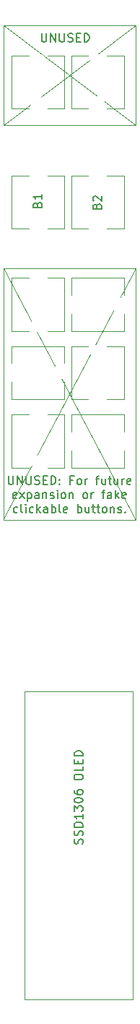
<source format=gto>
%TF.GenerationSoftware,KiCad,Pcbnew,5.99.0+really5.1.10+dfsg1-1*%
%TF.CreationDate,2021-08-22T14:43:38+10:00*%
%TF.ProjectId,minisynth32,6d696e69-7379-46e7-9468-33322e6b6963,1.1-2.0*%
%TF.SameCoordinates,Original*%
%TF.FileFunction,Legend,Top*%
%TF.FilePolarity,Positive*%
%FSLAX46Y46*%
G04 Gerber Fmt 4.6, Leading zero omitted, Abs format (unit mm)*
G04 Created by KiCad (PCBNEW 5.99.0+really5.1.10+dfsg1-1) date 2021-08-22 14:43:38*
%MOMM*%
%LPD*%
G01*
G04 APERTURE LIST*
%ADD10C,0.150000*%
%ADD11C,0.120000*%
%ADD12O,1.700000X1.700000*%
%ADD13R,1.700000X1.700000*%
%ADD14C,1.700000*%
%ADD15C,3.200000*%
G04 APERTURE END LIST*
D10*
X115438095Y-48052380D02*
X115438095Y-48861904D01*
X115485714Y-48957142D01*
X115533333Y-49004761D01*
X115628571Y-49052380D01*
X115819047Y-49052380D01*
X115914285Y-49004761D01*
X115961904Y-48957142D01*
X116009523Y-48861904D01*
X116009523Y-48052380D01*
X116485714Y-49052380D02*
X116485714Y-48052380D01*
X117057142Y-49052380D01*
X117057142Y-48052380D01*
X117533333Y-48052380D02*
X117533333Y-48861904D01*
X117580952Y-48957142D01*
X117628571Y-49004761D01*
X117723809Y-49052380D01*
X117914285Y-49052380D01*
X118009523Y-49004761D01*
X118057142Y-48957142D01*
X118104761Y-48861904D01*
X118104761Y-48052380D01*
X118533333Y-49004761D02*
X118676190Y-49052380D01*
X118914285Y-49052380D01*
X119009523Y-49004761D01*
X119057142Y-48957142D01*
X119104761Y-48861904D01*
X119104761Y-48766666D01*
X119057142Y-48671428D01*
X119009523Y-48623809D01*
X118914285Y-48576190D01*
X118723809Y-48528571D01*
X118628571Y-48480952D01*
X118580952Y-48433333D01*
X118533333Y-48338095D01*
X118533333Y-48242857D01*
X118580952Y-48147619D01*
X118628571Y-48100000D01*
X118723809Y-48052380D01*
X118961904Y-48052380D01*
X119104761Y-48100000D01*
X119533333Y-48528571D02*
X119866666Y-48528571D01*
X120009523Y-49052380D02*
X119533333Y-49052380D01*
X119533333Y-48052380D01*
X120009523Y-48052380D01*
X120438095Y-49052380D02*
X120438095Y-48052380D01*
X120676190Y-48052380D01*
X120819047Y-48100000D01*
X120914285Y-48195238D01*
X120961904Y-48290476D01*
X121009523Y-48480952D01*
X121009523Y-48623809D01*
X120961904Y-48814285D01*
X120914285Y-48909523D01*
X120819047Y-49004761D01*
X120676190Y-49052380D01*
X120438095Y-49052380D01*
D11*
X126500000Y-58800000D02*
X111000000Y-47100000D01*
X111000000Y-58800000D02*
X126500000Y-47100000D01*
X126500000Y-58800000D02*
X111000000Y-58800000D01*
X126500000Y-47100000D02*
X126500000Y-58800000D01*
X111000000Y-47100000D02*
X126500000Y-47100000D01*
X111000000Y-58800000D02*
X111000000Y-47100000D01*
D10*
X111533333Y-99877380D02*
X111533333Y-100686904D01*
X111580952Y-100782142D01*
X111628571Y-100829761D01*
X111723809Y-100877380D01*
X111914285Y-100877380D01*
X112009523Y-100829761D01*
X112057142Y-100782142D01*
X112104761Y-100686904D01*
X112104761Y-99877380D01*
X112580952Y-100877380D02*
X112580952Y-99877380D01*
X113152380Y-100877380D01*
X113152380Y-99877380D01*
X113628571Y-99877380D02*
X113628571Y-100686904D01*
X113676190Y-100782142D01*
X113723809Y-100829761D01*
X113819047Y-100877380D01*
X114009523Y-100877380D01*
X114104761Y-100829761D01*
X114152380Y-100782142D01*
X114200000Y-100686904D01*
X114200000Y-99877380D01*
X114628571Y-100829761D02*
X114771428Y-100877380D01*
X115009523Y-100877380D01*
X115104761Y-100829761D01*
X115152380Y-100782142D01*
X115200000Y-100686904D01*
X115200000Y-100591666D01*
X115152380Y-100496428D01*
X115104761Y-100448809D01*
X115009523Y-100401190D01*
X114819047Y-100353571D01*
X114723809Y-100305952D01*
X114676190Y-100258333D01*
X114628571Y-100163095D01*
X114628571Y-100067857D01*
X114676190Y-99972619D01*
X114723809Y-99925000D01*
X114819047Y-99877380D01*
X115057142Y-99877380D01*
X115200000Y-99925000D01*
X115628571Y-100353571D02*
X115961904Y-100353571D01*
X116104761Y-100877380D02*
X115628571Y-100877380D01*
X115628571Y-99877380D01*
X116104761Y-99877380D01*
X116533333Y-100877380D02*
X116533333Y-99877380D01*
X116771428Y-99877380D01*
X116914285Y-99925000D01*
X117009523Y-100020238D01*
X117057142Y-100115476D01*
X117104761Y-100305952D01*
X117104761Y-100448809D01*
X117057142Y-100639285D01*
X117009523Y-100734523D01*
X116914285Y-100829761D01*
X116771428Y-100877380D01*
X116533333Y-100877380D01*
X117533333Y-100782142D02*
X117580952Y-100829761D01*
X117533333Y-100877380D01*
X117485714Y-100829761D01*
X117533333Y-100782142D01*
X117533333Y-100877380D01*
X117533333Y-100258333D02*
X117580952Y-100305952D01*
X117533333Y-100353571D01*
X117485714Y-100305952D01*
X117533333Y-100258333D01*
X117533333Y-100353571D01*
X119104761Y-100353571D02*
X118771428Y-100353571D01*
X118771428Y-100877380D02*
X118771428Y-99877380D01*
X119247619Y-99877380D01*
X119771428Y-100877380D02*
X119676190Y-100829761D01*
X119628571Y-100782142D01*
X119580952Y-100686904D01*
X119580952Y-100401190D01*
X119628571Y-100305952D01*
X119676190Y-100258333D01*
X119771428Y-100210714D01*
X119914285Y-100210714D01*
X120009523Y-100258333D01*
X120057142Y-100305952D01*
X120104761Y-100401190D01*
X120104761Y-100686904D01*
X120057142Y-100782142D01*
X120009523Y-100829761D01*
X119914285Y-100877380D01*
X119771428Y-100877380D01*
X120533333Y-100877380D02*
X120533333Y-100210714D01*
X120533333Y-100401190D02*
X120580952Y-100305952D01*
X120628571Y-100258333D01*
X120723809Y-100210714D01*
X120819047Y-100210714D01*
X121771428Y-100210714D02*
X122152380Y-100210714D01*
X121914285Y-100877380D02*
X121914285Y-100020238D01*
X121961904Y-99925000D01*
X122057142Y-99877380D01*
X122152380Y-99877380D01*
X122914285Y-100210714D02*
X122914285Y-100877380D01*
X122485714Y-100210714D02*
X122485714Y-100734523D01*
X122533333Y-100829761D01*
X122628571Y-100877380D01*
X122771428Y-100877380D01*
X122866666Y-100829761D01*
X122914285Y-100782142D01*
X123247619Y-100210714D02*
X123628571Y-100210714D01*
X123390476Y-99877380D02*
X123390476Y-100734523D01*
X123438095Y-100829761D01*
X123533333Y-100877380D01*
X123628571Y-100877380D01*
X124390476Y-100210714D02*
X124390476Y-100877380D01*
X123961904Y-100210714D02*
X123961904Y-100734523D01*
X124009523Y-100829761D01*
X124104761Y-100877380D01*
X124247619Y-100877380D01*
X124342857Y-100829761D01*
X124390476Y-100782142D01*
X124866666Y-100877380D02*
X124866666Y-100210714D01*
X124866666Y-100401190D02*
X124914285Y-100305952D01*
X124961904Y-100258333D01*
X125057142Y-100210714D01*
X125152380Y-100210714D01*
X125866666Y-100829761D02*
X125771428Y-100877380D01*
X125580952Y-100877380D01*
X125485714Y-100829761D01*
X125438095Y-100734523D01*
X125438095Y-100353571D01*
X125485714Y-100258333D01*
X125580952Y-100210714D01*
X125771428Y-100210714D01*
X125866666Y-100258333D01*
X125914285Y-100353571D01*
X125914285Y-100448809D01*
X125438095Y-100544047D01*
X112485714Y-102479761D02*
X112390476Y-102527380D01*
X112200000Y-102527380D01*
X112104761Y-102479761D01*
X112057142Y-102384523D01*
X112057142Y-102003571D01*
X112104761Y-101908333D01*
X112200000Y-101860714D01*
X112390476Y-101860714D01*
X112485714Y-101908333D01*
X112533333Y-102003571D01*
X112533333Y-102098809D01*
X112057142Y-102194047D01*
X112866666Y-102527380D02*
X113390476Y-101860714D01*
X112866666Y-101860714D02*
X113390476Y-102527380D01*
X113771428Y-101860714D02*
X113771428Y-102860714D01*
X113771428Y-101908333D02*
X113866666Y-101860714D01*
X114057142Y-101860714D01*
X114152380Y-101908333D01*
X114200000Y-101955952D01*
X114247619Y-102051190D01*
X114247619Y-102336904D01*
X114200000Y-102432142D01*
X114152380Y-102479761D01*
X114057142Y-102527380D01*
X113866666Y-102527380D01*
X113771428Y-102479761D01*
X115104761Y-102527380D02*
X115104761Y-102003571D01*
X115057142Y-101908333D01*
X114961904Y-101860714D01*
X114771428Y-101860714D01*
X114676190Y-101908333D01*
X115104761Y-102479761D02*
X115009523Y-102527380D01*
X114771428Y-102527380D01*
X114676190Y-102479761D01*
X114628571Y-102384523D01*
X114628571Y-102289285D01*
X114676190Y-102194047D01*
X114771428Y-102146428D01*
X115009523Y-102146428D01*
X115104761Y-102098809D01*
X115580952Y-101860714D02*
X115580952Y-102527380D01*
X115580952Y-101955952D02*
X115628571Y-101908333D01*
X115723809Y-101860714D01*
X115866666Y-101860714D01*
X115961904Y-101908333D01*
X116009523Y-102003571D01*
X116009523Y-102527380D01*
X116438095Y-102479761D02*
X116533333Y-102527380D01*
X116723809Y-102527380D01*
X116819047Y-102479761D01*
X116866666Y-102384523D01*
X116866666Y-102336904D01*
X116819047Y-102241666D01*
X116723809Y-102194047D01*
X116580952Y-102194047D01*
X116485714Y-102146428D01*
X116438095Y-102051190D01*
X116438095Y-102003571D01*
X116485714Y-101908333D01*
X116580952Y-101860714D01*
X116723809Y-101860714D01*
X116819047Y-101908333D01*
X117295238Y-102527380D02*
X117295238Y-101860714D01*
X117295238Y-101527380D02*
X117247619Y-101575000D01*
X117295238Y-101622619D01*
X117342857Y-101575000D01*
X117295238Y-101527380D01*
X117295238Y-101622619D01*
X117914285Y-102527380D02*
X117819047Y-102479761D01*
X117771428Y-102432142D01*
X117723809Y-102336904D01*
X117723809Y-102051190D01*
X117771428Y-101955952D01*
X117819047Y-101908333D01*
X117914285Y-101860714D01*
X118057142Y-101860714D01*
X118152380Y-101908333D01*
X118200000Y-101955952D01*
X118247619Y-102051190D01*
X118247619Y-102336904D01*
X118200000Y-102432142D01*
X118152380Y-102479761D01*
X118057142Y-102527380D01*
X117914285Y-102527380D01*
X118676190Y-101860714D02*
X118676190Y-102527380D01*
X118676190Y-101955952D02*
X118723809Y-101908333D01*
X118819047Y-101860714D01*
X118961904Y-101860714D01*
X119057142Y-101908333D01*
X119104761Y-102003571D01*
X119104761Y-102527380D01*
X120485714Y-102527380D02*
X120390476Y-102479761D01*
X120342857Y-102432142D01*
X120295238Y-102336904D01*
X120295238Y-102051190D01*
X120342857Y-101955952D01*
X120390476Y-101908333D01*
X120485714Y-101860714D01*
X120628571Y-101860714D01*
X120723809Y-101908333D01*
X120771428Y-101955952D01*
X120819047Y-102051190D01*
X120819047Y-102336904D01*
X120771428Y-102432142D01*
X120723809Y-102479761D01*
X120628571Y-102527380D01*
X120485714Y-102527380D01*
X121247619Y-102527380D02*
X121247619Y-101860714D01*
X121247619Y-102051190D02*
X121295238Y-101955952D01*
X121342857Y-101908333D01*
X121438095Y-101860714D01*
X121533333Y-101860714D01*
X122485714Y-101860714D02*
X122866666Y-101860714D01*
X122628571Y-102527380D02*
X122628571Y-101670238D01*
X122676190Y-101575000D01*
X122771428Y-101527380D01*
X122866666Y-101527380D01*
X123628571Y-102527380D02*
X123628571Y-102003571D01*
X123580952Y-101908333D01*
X123485714Y-101860714D01*
X123295238Y-101860714D01*
X123200000Y-101908333D01*
X123628571Y-102479761D02*
X123533333Y-102527380D01*
X123295238Y-102527380D01*
X123200000Y-102479761D01*
X123152380Y-102384523D01*
X123152380Y-102289285D01*
X123200000Y-102194047D01*
X123295238Y-102146428D01*
X123533333Y-102146428D01*
X123628571Y-102098809D01*
X124104761Y-102527380D02*
X124104761Y-101527380D01*
X124200000Y-102146428D02*
X124485714Y-102527380D01*
X124485714Y-101860714D02*
X124104761Y-102241666D01*
X125295238Y-102479761D02*
X125200000Y-102527380D01*
X125009523Y-102527380D01*
X124914285Y-102479761D01*
X124866666Y-102384523D01*
X124866666Y-102003571D01*
X124914285Y-101908333D01*
X125009523Y-101860714D01*
X125200000Y-101860714D01*
X125295238Y-101908333D01*
X125342857Y-102003571D01*
X125342857Y-102098809D01*
X124866666Y-102194047D01*
X112604761Y-104129761D02*
X112509523Y-104177380D01*
X112319047Y-104177380D01*
X112223809Y-104129761D01*
X112176190Y-104082142D01*
X112128571Y-103986904D01*
X112128571Y-103701190D01*
X112176190Y-103605952D01*
X112223809Y-103558333D01*
X112319047Y-103510714D01*
X112509523Y-103510714D01*
X112604761Y-103558333D01*
X113176190Y-104177380D02*
X113080952Y-104129761D01*
X113033333Y-104034523D01*
X113033333Y-103177380D01*
X113557142Y-104177380D02*
X113557142Y-103510714D01*
X113557142Y-103177380D02*
X113509523Y-103225000D01*
X113557142Y-103272619D01*
X113604761Y-103225000D01*
X113557142Y-103177380D01*
X113557142Y-103272619D01*
X114461904Y-104129761D02*
X114366666Y-104177380D01*
X114176190Y-104177380D01*
X114080952Y-104129761D01*
X114033333Y-104082142D01*
X113985714Y-103986904D01*
X113985714Y-103701190D01*
X114033333Y-103605952D01*
X114080952Y-103558333D01*
X114176190Y-103510714D01*
X114366666Y-103510714D01*
X114461904Y-103558333D01*
X114890476Y-104177380D02*
X114890476Y-103177380D01*
X114985714Y-103796428D02*
X115271428Y-104177380D01*
X115271428Y-103510714D02*
X114890476Y-103891666D01*
X116128571Y-104177380D02*
X116128571Y-103653571D01*
X116080952Y-103558333D01*
X115985714Y-103510714D01*
X115795238Y-103510714D01*
X115700000Y-103558333D01*
X116128571Y-104129761D02*
X116033333Y-104177380D01*
X115795238Y-104177380D01*
X115700000Y-104129761D01*
X115652380Y-104034523D01*
X115652380Y-103939285D01*
X115700000Y-103844047D01*
X115795238Y-103796428D01*
X116033333Y-103796428D01*
X116128571Y-103748809D01*
X116604761Y-104177380D02*
X116604761Y-103177380D01*
X116604761Y-103558333D02*
X116700000Y-103510714D01*
X116890476Y-103510714D01*
X116985714Y-103558333D01*
X117033333Y-103605952D01*
X117080952Y-103701190D01*
X117080952Y-103986904D01*
X117033333Y-104082142D01*
X116985714Y-104129761D01*
X116890476Y-104177380D01*
X116700000Y-104177380D01*
X116604761Y-104129761D01*
X117652380Y-104177380D02*
X117557142Y-104129761D01*
X117509523Y-104034523D01*
X117509523Y-103177380D01*
X118414285Y-104129761D02*
X118319047Y-104177380D01*
X118128571Y-104177380D01*
X118033333Y-104129761D01*
X117985714Y-104034523D01*
X117985714Y-103653571D01*
X118033333Y-103558333D01*
X118128571Y-103510714D01*
X118319047Y-103510714D01*
X118414285Y-103558333D01*
X118461904Y-103653571D01*
X118461904Y-103748809D01*
X117985714Y-103844047D01*
X119652380Y-104177380D02*
X119652380Y-103177380D01*
X119652380Y-103558333D02*
X119747619Y-103510714D01*
X119938095Y-103510714D01*
X120033333Y-103558333D01*
X120080952Y-103605952D01*
X120128571Y-103701190D01*
X120128571Y-103986904D01*
X120080952Y-104082142D01*
X120033333Y-104129761D01*
X119938095Y-104177380D01*
X119747619Y-104177380D01*
X119652380Y-104129761D01*
X120985714Y-103510714D02*
X120985714Y-104177380D01*
X120557142Y-103510714D02*
X120557142Y-104034523D01*
X120604761Y-104129761D01*
X120700000Y-104177380D01*
X120842857Y-104177380D01*
X120938095Y-104129761D01*
X120985714Y-104082142D01*
X121319047Y-103510714D02*
X121700000Y-103510714D01*
X121461904Y-103177380D02*
X121461904Y-104034523D01*
X121509523Y-104129761D01*
X121604761Y-104177380D01*
X121700000Y-104177380D01*
X121890476Y-103510714D02*
X122271428Y-103510714D01*
X122033333Y-103177380D02*
X122033333Y-104034523D01*
X122080952Y-104129761D01*
X122176190Y-104177380D01*
X122271428Y-104177380D01*
X122747619Y-104177380D02*
X122652380Y-104129761D01*
X122604761Y-104082142D01*
X122557142Y-103986904D01*
X122557142Y-103701190D01*
X122604761Y-103605952D01*
X122652380Y-103558333D01*
X122747619Y-103510714D01*
X122890476Y-103510714D01*
X122985714Y-103558333D01*
X123033333Y-103605952D01*
X123080952Y-103701190D01*
X123080952Y-103986904D01*
X123033333Y-104082142D01*
X122985714Y-104129761D01*
X122890476Y-104177380D01*
X122747619Y-104177380D01*
X123509523Y-103510714D02*
X123509523Y-104177380D01*
X123509523Y-103605952D02*
X123557142Y-103558333D01*
X123652380Y-103510714D01*
X123795238Y-103510714D01*
X123890476Y-103558333D01*
X123938095Y-103653571D01*
X123938095Y-104177380D01*
X124366666Y-104129761D02*
X124461904Y-104177380D01*
X124652380Y-104177380D01*
X124747619Y-104129761D01*
X124795238Y-104034523D01*
X124795238Y-103986904D01*
X124747619Y-103891666D01*
X124652380Y-103844047D01*
X124509523Y-103844047D01*
X124414285Y-103796428D01*
X124366666Y-103701190D01*
X124366666Y-103653571D01*
X124414285Y-103558333D01*
X124509523Y-103510714D01*
X124652380Y-103510714D01*
X124747619Y-103558333D01*
X125223809Y-104082142D02*
X125271428Y-104129761D01*
X125223809Y-104177380D01*
X125176190Y-104129761D01*
X125223809Y-104082142D01*
X125223809Y-104177380D01*
D11*
X111000000Y-104900000D02*
X126500000Y-75600000D01*
X111000000Y-75600000D02*
X126500000Y-105000000D01*
X111000000Y-105000000D02*
X111000000Y-75600000D01*
X126500000Y-105000000D02*
X111000000Y-105000000D01*
X126500000Y-75600000D02*
X126500000Y-105000000D01*
X111000000Y-75600000D02*
X126500000Y-75600000D01*
%TO.C,SW10*%
X125100000Y-82900000D02*
X125100000Y-80900000D01*
X125100000Y-78700000D02*
X125100000Y-76700000D01*
X118900000Y-78700000D02*
X118900000Y-76690000D01*
X125100000Y-82900000D02*
X118900000Y-82900000D01*
X118900000Y-76700000D02*
X125100000Y-76700000D01*
X118900000Y-82900000D02*
X118900000Y-80900000D01*
%TO.C,SW9*%
X118900000Y-90900000D02*
X120900000Y-90900000D01*
X123100000Y-90900000D02*
X125100000Y-90900000D01*
X123100000Y-84700000D02*
X125110000Y-84700000D01*
X118900000Y-90900000D02*
X118900000Y-84700000D01*
X125100000Y-84700000D02*
X125100000Y-90900000D01*
X118900000Y-84700000D02*
X120900000Y-84700000D01*
%TO.C,SW8*%
X125100000Y-98900000D02*
X125100000Y-96900000D01*
X125100000Y-94700000D02*
X125100000Y-92700000D01*
X118900000Y-94700000D02*
X118900000Y-92690000D01*
X125100000Y-98900000D02*
X118900000Y-98900000D01*
X118900000Y-92700000D02*
X125100000Y-92700000D01*
X118900000Y-98900000D02*
X118900000Y-96900000D01*
%TO.C,SW7*%
X111900000Y-82900000D02*
X113900000Y-82900000D01*
X116100000Y-82900000D02*
X118100000Y-82900000D01*
X116100000Y-76700000D02*
X118110000Y-76700000D01*
X111900000Y-82900000D02*
X111900000Y-76700000D01*
X118100000Y-76700000D02*
X118100000Y-82900000D01*
X111900000Y-76700000D02*
X113900000Y-76700000D01*
%TO.C,SW6*%
X111900000Y-84700000D02*
X111900000Y-86700000D01*
X111900000Y-88900000D02*
X111900000Y-90900000D01*
X118100000Y-88900000D02*
X118100000Y-90910000D01*
X111900000Y-84700000D02*
X118100000Y-84700000D01*
X118100000Y-90900000D02*
X111900000Y-90900000D01*
X118100000Y-84700000D02*
X118100000Y-86700000D01*
%TO.C,SW5*%
X111900000Y-98900000D02*
X113900000Y-98900000D01*
X116100000Y-98900000D02*
X118100000Y-98900000D01*
X116100000Y-92700000D02*
X118110000Y-92700000D01*
X111900000Y-98900000D02*
X111900000Y-92700000D01*
X118100000Y-92700000D02*
X118100000Y-98900000D01*
X111900000Y-92700000D02*
X113900000Y-92700000D01*
%TO.C,SW4*%
X118900000Y-56900000D02*
X120900000Y-56900000D01*
X123100000Y-56900000D02*
X125100000Y-56900000D01*
X123100000Y-50700000D02*
X125110000Y-50700000D01*
X118900000Y-56900000D02*
X118900000Y-50700000D01*
X125100000Y-50700000D02*
X125100000Y-56900000D01*
X118900000Y-50700000D02*
X120900000Y-50700000D01*
%TO.C,SW3*%
X111900000Y-56900000D02*
X113900000Y-56900000D01*
X116100000Y-56900000D02*
X118100000Y-56900000D01*
X116100000Y-50700000D02*
X118110000Y-50700000D01*
X111900000Y-56900000D02*
X111900000Y-50700000D01*
X118100000Y-50700000D02*
X118100000Y-56900000D01*
X111900000Y-50700000D02*
X113900000Y-50700000D01*
%TO.C,SW2*%
X118900000Y-70900000D02*
X120900000Y-70900000D01*
X123100000Y-70900000D02*
X125100000Y-70900000D01*
X123100000Y-64700000D02*
X125110000Y-64700000D01*
X118900000Y-70900000D02*
X118900000Y-64700000D01*
X125100000Y-64700000D02*
X125100000Y-70900000D01*
X118900000Y-64700000D02*
X120900000Y-64700000D01*
%TO.C,SW1*%
X111900000Y-70900000D02*
X113900000Y-70900000D01*
X116100000Y-70900000D02*
X118100000Y-70900000D01*
X116100000Y-64700000D02*
X118110000Y-64700000D01*
X111900000Y-70900000D02*
X111900000Y-64700000D01*
X118100000Y-64700000D02*
X118100000Y-70900000D01*
X111900000Y-64700000D02*
X113900000Y-64700000D01*
%TO.C,J7*%
X113450000Y-161134000D02*
X126150000Y-161134000D01*
X113450000Y-161134000D02*
X113450000Y-125066000D01*
X113450000Y-125066000D02*
X126150000Y-125066000D01*
X126150000Y-125066000D02*
X126150000Y-161134000D01*
%TO.C,SW2*%
D10*
X121928571Y-68304761D02*
X121976190Y-68161904D01*
X122023809Y-68114285D01*
X122119047Y-68066666D01*
X122261904Y-68066666D01*
X122357142Y-68114285D01*
X122404761Y-68161904D01*
X122452380Y-68257142D01*
X122452380Y-68638095D01*
X121452380Y-68638095D01*
X121452380Y-68304761D01*
X121500000Y-68209523D01*
X121547619Y-68161904D01*
X121642857Y-68114285D01*
X121738095Y-68114285D01*
X121833333Y-68161904D01*
X121880952Y-68209523D01*
X121928571Y-68304761D01*
X121928571Y-68638095D01*
X121547619Y-67685714D02*
X121500000Y-67638095D01*
X121452380Y-67542857D01*
X121452380Y-67304761D01*
X121500000Y-67209523D01*
X121547619Y-67161904D01*
X121642857Y-67114285D01*
X121738095Y-67114285D01*
X121880952Y-67161904D01*
X122452380Y-67733333D01*
X122452380Y-67114285D01*
%TO.C,SW1*%
X114928571Y-68104761D02*
X114976190Y-67961904D01*
X115023809Y-67914285D01*
X115119047Y-67866666D01*
X115261904Y-67866666D01*
X115357142Y-67914285D01*
X115404761Y-67961904D01*
X115452380Y-68057142D01*
X115452380Y-68438095D01*
X114452380Y-68438095D01*
X114452380Y-68104761D01*
X114500000Y-68009523D01*
X114547619Y-67961904D01*
X114642857Y-67914285D01*
X114738095Y-67914285D01*
X114833333Y-67961904D01*
X114880952Y-68009523D01*
X114928571Y-68104761D01*
X114928571Y-68438095D01*
X115452380Y-66914285D02*
X115452380Y-67485714D01*
X115452380Y-67200000D02*
X114452380Y-67200000D01*
X114595238Y-67295238D01*
X114690476Y-67390476D01*
X114738095Y-67485714D01*
%TO.C,J7*%
X120204761Y-142940571D02*
X120252380Y-142797714D01*
X120252380Y-142559619D01*
X120204761Y-142464380D01*
X120157142Y-142416761D01*
X120061904Y-142369142D01*
X119966666Y-142369142D01*
X119871428Y-142416761D01*
X119823809Y-142464380D01*
X119776190Y-142559619D01*
X119728571Y-142750095D01*
X119680952Y-142845333D01*
X119633333Y-142892952D01*
X119538095Y-142940571D01*
X119442857Y-142940571D01*
X119347619Y-142892952D01*
X119300000Y-142845333D01*
X119252380Y-142750095D01*
X119252380Y-142512000D01*
X119300000Y-142369142D01*
X120204761Y-141988190D02*
X120252380Y-141845333D01*
X120252380Y-141607238D01*
X120204761Y-141512000D01*
X120157142Y-141464380D01*
X120061904Y-141416761D01*
X119966666Y-141416761D01*
X119871428Y-141464380D01*
X119823809Y-141512000D01*
X119776190Y-141607238D01*
X119728571Y-141797714D01*
X119680952Y-141892952D01*
X119633333Y-141940571D01*
X119538095Y-141988190D01*
X119442857Y-141988190D01*
X119347619Y-141940571D01*
X119300000Y-141892952D01*
X119252380Y-141797714D01*
X119252380Y-141559619D01*
X119300000Y-141416761D01*
X120252380Y-140988190D02*
X119252380Y-140988190D01*
X119252380Y-140750095D01*
X119300000Y-140607238D01*
X119395238Y-140512000D01*
X119490476Y-140464380D01*
X119680952Y-140416761D01*
X119823809Y-140416761D01*
X120014285Y-140464380D01*
X120109523Y-140512000D01*
X120204761Y-140607238D01*
X120252380Y-140750095D01*
X120252380Y-140988190D01*
X120252380Y-139464380D02*
X120252380Y-140035809D01*
X120252380Y-139750095D02*
X119252380Y-139750095D01*
X119395238Y-139845333D01*
X119490476Y-139940571D01*
X119538095Y-140035809D01*
X119252380Y-139131047D02*
X119252380Y-138512000D01*
X119633333Y-138845333D01*
X119633333Y-138702476D01*
X119680952Y-138607238D01*
X119728571Y-138559619D01*
X119823809Y-138512000D01*
X120061904Y-138512000D01*
X120157142Y-138559619D01*
X120204761Y-138607238D01*
X120252380Y-138702476D01*
X120252380Y-138988190D01*
X120204761Y-139083428D01*
X120157142Y-139131047D01*
X119252380Y-137892952D02*
X119252380Y-137797714D01*
X119300000Y-137702476D01*
X119347619Y-137654857D01*
X119442857Y-137607238D01*
X119633333Y-137559619D01*
X119871428Y-137559619D01*
X120061904Y-137607238D01*
X120157142Y-137654857D01*
X120204761Y-137702476D01*
X120252380Y-137797714D01*
X120252380Y-137892952D01*
X120204761Y-137988190D01*
X120157142Y-138035809D01*
X120061904Y-138083428D01*
X119871428Y-138131047D01*
X119633333Y-138131047D01*
X119442857Y-138083428D01*
X119347619Y-138035809D01*
X119300000Y-137988190D01*
X119252380Y-137892952D01*
X119252380Y-136702476D02*
X119252380Y-136892952D01*
X119300000Y-136988190D01*
X119347619Y-137035809D01*
X119490476Y-137131047D01*
X119680952Y-137178666D01*
X120061904Y-137178666D01*
X120157142Y-137131047D01*
X120204761Y-137083428D01*
X120252380Y-136988190D01*
X120252380Y-136797714D01*
X120204761Y-136702476D01*
X120157142Y-136654857D01*
X120061904Y-136607238D01*
X119823809Y-136607238D01*
X119728571Y-136654857D01*
X119680952Y-136702476D01*
X119633333Y-136797714D01*
X119633333Y-136988190D01*
X119680952Y-137083428D01*
X119728571Y-137131047D01*
X119823809Y-137178666D01*
X119252380Y-135226285D02*
X119252380Y-135035809D01*
X119300000Y-134940571D01*
X119395238Y-134845333D01*
X119585714Y-134797714D01*
X119919047Y-134797714D01*
X120109523Y-134845333D01*
X120204761Y-134940571D01*
X120252380Y-135035809D01*
X120252380Y-135226285D01*
X120204761Y-135321523D01*
X120109523Y-135416761D01*
X119919047Y-135464380D01*
X119585714Y-135464380D01*
X119395238Y-135416761D01*
X119300000Y-135321523D01*
X119252380Y-135226285D01*
X120252380Y-133892952D02*
X120252380Y-134369142D01*
X119252380Y-134369142D01*
X119728571Y-133559619D02*
X119728571Y-133226285D01*
X120252380Y-133083428D02*
X120252380Y-133559619D01*
X119252380Y-133559619D01*
X119252380Y-133083428D01*
X120252380Y-132654857D02*
X119252380Y-132654857D01*
X119252380Y-132416761D01*
X119300000Y-132273904D01*
X119395238Y-132178666D01*
X119490476Y-132131047D01*
X119680952Y-132083428D01*
X119823809Y-132083428D01*
X120014285Y-132131047D01*
X120109523Y-132178666D01*
X120204761Y-132273904D01*
X120252380Y-132416761D01*
X120252380Y-132654857D01*
%TD*%
%LPC*%
D12*
%TO.C,J9*%
X118500000Y-122420000D03*
X118500000Y-119880000D03*
X118500000Y-117340000D03*
D13*
X118500000Y-114800000D03*
%TD*%
D12*
%TO.C,J8*%
X123600000Y-122420000D03*
X123600000Y-119880000D03*
X123600000Y-117340000D03*
D13*
X123600000Y-114800000D03*
%TD*%
D14*
%TO.C,SW10*%
X124500000Y-79800000D03*
X119500000Y-79800000D03*
%TD*%
%TO.C,SW9*%
X122000000Y-90300000D03*
X122000000Y-85300000D03*
%TD*%
%TO.C,SW8*%
X124500000Y-95800000D03*
X119500000Y-95800000D03*
%TD*%
%TO.C,SW7*%
X115000000Y-82300000D03*
X115000000Y-77300000D03*
%TD*%
%TO.C,SW6*%
X112500000Y-87800000D03*
X117500000Y-87800000D03*
%TD*%
%TO.C,SW5*%
X115000000Y-98300000D03*
X115000000Y-93300000D03*
%TD*%
%TO.C,SW4*%
X122000000Y-56300000D03*
X122000000Y-51300000D03*
%TD*%
%TO.C,SW3*%
X115000000Y-56300000D03*
X115000000Y-51300000D03*
%TD*%
%TO.C,SW2*%
X122000000Y-70300000D03*
X122000000Y-65300000D03*
%TD*%
%TO.C,SW1*%
X115000000Y-70300000D03*
X115000000Y-65300000D03*
%TD*%
D12*
%TO.C,J7*%
X123610000Y-126336000D03*
X121070000Y-126336000D03*
X118530000Y-126336000D03*
D13*
X115990000Y-126336000D03*
%TD*%
D12*
%TO.C,J6*%
X111584000Y-134176000D03*
X111584000Y-131636000D03*
X111584000Y-129096000D03*
X111584000Y-126556000D03*
X111584000Y-124016000D03*
D13*
X111584000Y-121476000D03*
%TD*%
D15*
%TO.C,REF\u002A\u002A*%
X118500000Y-109300000D03*
%TD*%
M02*

</source>
